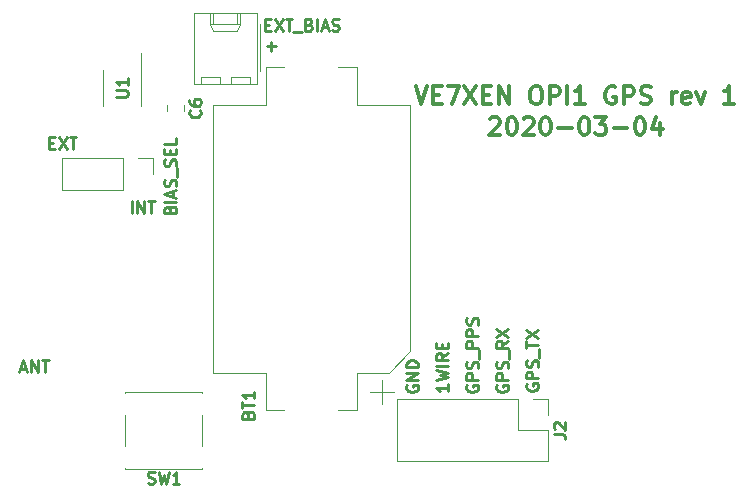
<source format=gbr>
G04 #@! TF.GenerationSoftware,KiCad,Pcbnew,5.1.5*
G04 #@! TF.CreationDate,2020-03-05T23:31:40-08:00*
G04 #@! TF.ProjectId,orangepi-neo-gps,6f72616e-6765-4706-992d-6e656f2d6770,rev?*
G04 #@! TF.SameCoordinates,Original*
G04 #@! TF.FileFunction,Legend,Top*
G04 #@! TF.FilePolarity,Positive*
%FSLAX46Y46*%
G04 Gerber Fmt 4.6, Leading zero omitted, Abs format (unit mm)*
G04 Created by KiCad (PCBNEW 5.1.5) date 2020-03-05 23:31:40*
%MOMM*%
%LPD*%
G04 APERTURE LIST*
%ADD10C,0.375000*%
%ADD11C,0.250000*%
%ADD12C,0.120000*%
G04 APERTURE END LIST*
D10*
X60328571Y-32866071D02*
X60828571Y-34366071D01*
X61328571Y-32866071D01*
X61828571Y-33580357D02*
X62328571Y-33580357D01*
X62542857Y-34366071D02*
X61828571Y-34366071D01*
X61828571Y-32866071D01*
X62542857Y-32866071D01*
X63042857Y-32866071D02*
X64042857Y-32866071D01*
X63400000Y-34366071D01*
X64471428Y-32866071D02*
X65471428Y-34366071D01*
X65471428Y-32866071D02*
X64471428Y-34366071D01*
X66042857Y-33580357D02*
X66542857Y-33580357D01*
X66757142Y-34366071D02*
X66042857Y-34366071D01*
X66042857Y-32866071D01*
X66757142Y-32866071D01*
X67400000Y-34366071D02*
X67400000Y-32866071D01*
X68257142Y-34366071D01*
X68257142Y-32866071D01*
X70400000Y-32866071D02*
X70685714Y-32866071D01*
X70828571Y-32937500D01*
X70971428Y-33080357D01*
X71042857Y-33366071D01*
X71042857Y-33866071D01*
X70971428Y-34151785D01*
X70828571Y-34294642D01*
X70685714Y-34366071D01*
X70400000Y-34366071D01*
X70257142Y-34294642D01*
X70114285Y-34151785D01*
X70042857Y-33866071D01*
X70042857Y-33366071D01*
X70114285Y-33080357D01*
X70257142Y-32937500D01*
X70400000Y-32866071D01*
X71685714Y-34366071D02*
X71685714Y-32866071D01*
X72257142Y-32866071D01*
X72400000Y-32937500D01*
X72471428Y-33008928D01*
X72542857Y-33151785D01*
X72542857Y-33366071D01*
X72471428Y-33508928D01*
X72400000Y-33580357D01*
X72257142Y-33651785D01*
X71685714Y-33651785D01*
X73185714Y-34366071D02*
X73185714Y-32866071D01*
X74685714Y-34366071D02*
X73828571Y-34366071D01*
X74257142Y-34366071D02*
X74257142Y-32866071D01*
X74114285Y-33080357D01*
X73971428Y-33223214D01*
X73828571Y-33294642D01*
X77257142Y-32937500D02*
X77114285Y-32866071D01*
X76900000Y-32866071D01*
X76685714Y-32937500D01*
X76542857Y-33080357D01*
X76471428Y-33223214D01*
X76400000Y-33508928D01*
X76400000Y-33723214D01*
X76471428Y-34008928D01*
X76542857Y-34151785D01*
X76685714Y-34294642D01*
X76900000Y-34366071D01*
X77042857Y-34366071D01*
X77257142Y-34294642D01*
X77328571Y-34223214D01*
X77328571Y-33723214D01*
X77042857Y-33723214D01*
X77971428Y-34366071D02*
X77971428Y-32866071D01*
X78542857Y-32866071D01*
X78685714Y-32937500D01*
X78757142Y-33008928D01*
X78828571Y-33151785D01*
X78828571Y-33366071D01*
X78757142Y-33508928D01*
X78685714Y-33580357D01*
X78542857Y-33651785D01*
X77971428Y-33651785D01*
X79400000Y-34294642D02*
X79614285Y-34366071D01*
X79971428Y-34366071D01*
X80114285Y-34294642D01*
X80185714Y-34223214D01*
X80257142Y-34080357D01*
X80257142Y-33937500D01*
X80185714Y-33794642D01*
X80114285Y-33723214D01*
X79971428Y-33651785D01*
X79685714Y-33580357D01*
X79542857Y-33508928D01*
X79471428Y-33437500D01*
X79400000Y-33294642D01*
X79400000Y-33151785D01*
X79471428Y-33008928D01*
X79542857Y-32937500D01*
X79685714Y-32866071D01*
X80042857Y-32866071D01*
X80257142Y-32937500D01*
X82042857Y-34366071D02*
X82042857Y-33366071D01*
X82042857Y-33651785D02*
X82114285Y-33508928D01*
X82185714Y-33437500D01*
X82328571Y-33366071D01*
X82471428Y-33366071D01*
X83542857Y-34294642D02*
X83400000Y-34366071D01*
X83114285Y-34366071D01*
X82971428Y-34294642D01*
X82900000Y-34151785D01*
X82900000Y-33580357D01*
X82971428Y-33437500D01*
X83114285Y-33366071D01*
X83400000Y-33366071D01*
X83542857Y-33437500D01*
X83614285Y-33580357D01*
X83614285Y-33723214D01*
X82900000Y-33866071D01*
X84114285Y-33366071D02*
X84471428Y-34366071D01*
X84828571Y-33366071D01*
X87328571Y-34366071D02*
X86471428Y-34366071D01*
X86900000Y-34366071D02*
X86900000Y-32866071D01*
X86757142Y-33080357D01*
X86614285Y-33223214D01*
X86471428Y-33294642D01*
X66614285Y-35633928D02*
X66685714Y-35562500D01*
X66828571Y-35491071D01*
X67185714Y-35491071D01*
X67328571Y-35562500D01*
X67400000Y-35633928D01*
X67471428Y-35776785D01*
X67471428Y-35919642D01*
X67400000Y-36133928D01*
X66542857Y-36991071D01*
X67471428Y-36991071D01*
X68400000Y-35491071D02*
X68542857Y-35491071D01*
X68685714Y-35562500D01*
X68757142Y-35633928D01*
X68828571Y-35776785D01*
X68900000Y-36062500D01*
X68900000Y-36419642D01*
X68828571Y-36705357D01*
X68757142Y-36848214D01*
X68685714Y-36919642D01*
X68542857Y-36991071D01*
X68400000Y-36991071D01*
X68257142Y-36919642D01*
X68185714Y-36848214D01*
X68114285Y-36705357D01*
X68042857Y-36419642D01*
X68042857Y-36062500D01*
X68114285Y-35776785D01*
X68185714Y-35633928D01*
X68257142Y-35562500D01*
X68400000Y-35491071D01*
X69471428Y-35633928D02*
X69542857Y-35562500D01*
X69685714Y-35491071D01*
X70042857Y-35491071D01*
X70185714Y-35562500D01*
X70257142Y-35633928D01*
X70328571Y-35776785D01*
X70328571Y-35919642D01*
X70257142Y-36133928D01*
X69400000Y-36991071D01*
X70328571Y-36991071D01*
X71257142Y-35491071D02*
X71400000Y-35491071D01*
X71542857Y-35562500D01*
X71614285Y-35633928D01*
X71685714Y-35776785D01*
X71757142Y-36062500D01*
X71757142Y-36419642D01*
X71685714Y-36705357D01*
X71614285Y-36848214D01*
X71542857Y-36919642D01*
X71400000Y-36991071D01*
X71257142Y-36991071D01*
X71114285Y-36919642D01*
X71042857Y-36848214D01*
X70971428Y-36705357D01*
X70900000Y-36419642D01*
X70900000Y-36062500D01*
X70971428Y-35776785D01*
X71042857Y-35633928D01*
X71114285Y-35562500D01*
X71257142Y-35491071D01*
X72400000Y-36419642D02*
X73542857Y-36419642D01*
X74542857Y-35491071D02*
X74685714Y-35491071D01*
X74828571Y-35562500D01*
X74900000Y-35633928D01*
X74971428Y-35776785D01*
X75042857Y-36062500D01*
X75042857Y-36419642D01*
X74971428Y-36705357D01*
X74900000Y-36848214D01*
X74828571Y-36919642D01*
X74685714Y-36991071D01*
X74542857Y-36991071D01*
X74400000Y-36919642D01*
X74328571Y-36848214D01*
X74257142Y-36705357D01*
X74185714Y-36419642D01*
X74185714Y-36062500D01*
X74257142Y-35776785D01*
X74328571Y-35633928D01*
X74400000Y-35562500D01*
X74542857Y-35491071D01*
X75542857Y-35491071D02*
X76471428Y-35491071D01*
X75971428Y-36062500D01*
X76185714Y-36062500D01*
X76328571Y-36133928D01*
X76400000Y-36205357D01*
X76471428Y-36348214D01*
X76471428Y-36705357D01*
X76400000Y-36848214D01*
X76328571Y-36919642D01*
X76185714Y-36991071D01*
X75757142Y-36991071D01*
X75614285Y-36919642D01*
X75542857Y-36848214D01*
X77114285Y-36419642D02*
X78257142Y-36419642D01*
X79257142Y-35491071D02*
X79400000Y-35491071D01*
X79542857Y-35562500D01*
X79614285Y-35633928D01*
X79685714Y-35776785D01*
X79757142Y-36062500D01*
X79757142Y-36419642D01*
X79685714Y-36705357D01*
X79614285Y-36848214D01*
X79542857Y-36919642D01*
X79400000Y-36991071D01*
X79257142Y-36991071D01*
X79114285Y-36919642D01*
X79042857Y-36848214D01*
X78971428Y-36705357D01*
X78900000Y-36419642D01*
X78900000Y-36062500D01*
X78971428Y-35776785D01*
X79042857Y-35633928D01*
X79114285Y-35562500D01*
X79257142Y-35491071D01*
X81042857Y-35991071D02*
X81042857Y-36991071D01*
X80685714Y-35419642D02*
X80328571Y-36491071D01*
X81257142Y-36491071D01*
D11*
X47719047Y-29471428D02*
X48480952Y-29471428D01*
X48100000Y-29852380D02*
X48100000Y-29090476D01*
X29328571Y-37628571D02*
X29661904Y-37628571D01*
X29804761Y-38152380D02*
X29328571Y-38152380D01*
X29328571Y-37152380D01*
X29804761Y-37152380D01*
X30138095Y-37152380D02*
X30804761Y-38152380D01*
X30804761Y-37152380D02*
X30138095Y-38152380D01*
X31042857Y-37152380D02*
X31614285Y-37152380D01*
X31328571Y-38152380D02*
X31328571Y-37152380D01*
X36295238Y-43552380D02*
X36295238Y-42552380D01*
X36771428Y-43552380D02*
X36771428Y-42552380D01*
X37342857Y-43552380D01*
X37342857Y-42552380D01*
X37676190Y-42552380D02*
X38247619Y-42552380D01*
X37961904Y-43552380D02*
X37961904Y-42552380D01*
X59590000Y-58161904D02*
X59542380Y-58257142D01*
X59542380Y-58400000D01*
X59590000Y-58542857D01*
X59685238Y-58638095D01*
X59780476Y-58685714D01*
X59970952Y-58733333D01*
X60113809Y-58733333D01*
X60304285Y-58685714D01*
X60399523Y-58638095D01*
X60494761Y-58542857D01*
X60542380Y-58400000D01*
X60542380Y-58304761D01*
X60494761Y-58161904D01*
X60447142Y-58114285D01*
X60113809Y-58114285D01*
X60113809Y-58304761D01*
X60542380Y-57685714D02*
X59542380Y-57685714D01*
X60542380Y-57114285D01*
X59542380Y-57114285D01*
X60542380Y-56638095D02*
X59542380Y-56638095D01*
X59542380Y-56400000D01*
X59590000Y-56257142D01*
X59685238Y-56161904D01*
X59780476Y-56114285D01*
X59970952Y-56066666D01*
X60113809Y-56066666D01*
X60304285Y-56114285D01*
X60399523Y-56161904D01*
X60494761Y-56257142D01*
X60542380Y-56400000D01*
X60542380Y-56638095D01*
X63082380Y-58076190D02*
X63082380Y-58647619D01*
X63082380Y-58361904D02*
X62082380Y-58361904D01*
X62225238Y-58457142D01*
X62320476Y-58552380D01*
X62368095Y-58647619D01*
X62082380Y-57742857D02*
X63082380Y-57504761D01*
X62368095Y-57314285D01*
X63082380Y-57123809D01*
X62082380Y-56885714D01*
X63082380Y-56504761D02*
X62082380Y-56504761D01*
X63082380Y-55457142D02*
X62606190Y-55790476D01*
X63082380Y-56028571D02*
X62082380Y-56028571D01*
X62082380Y-55647619D01*
X62130000Y-55552380D01*
X62177619Y-55504761D01*
X62272857Y-55457142D01*
X62415714Y-55457142D01*
X62510952Y-55504761D01*
X62558571Y-55552380D01*
X62606190Y-55647619D01*
X62606190Y-56028571D01*
X62558571Y-55028571D02*
X62558571Y-54695238D01*
X63082380Y-54552380D02*
X63082380Y-55028571D01*
X62082380Y-55028571D01*
X62082380Y-54552380D01*
X64670000Y-58171428D02*
X64622380Y-58266666D01*
X64622380Y-58409523D01*
X64670000Y-58552380D01*
X64765238Y-58647619D01*
X64860476Y-58695238D01*
X65050952Y-58742857D01*
X65193809Y-58742857D01*
X65384285Y-58695238D01*
X65479523Y-58647619D01*
X65574761Y-58552380D01*
X65622380Y-58409523D01*
X65622380Y-58314285D01*
X65574761Y-58171428D01*
X65527142Y-58123809D01*
X65193809Y-58123809D01*
X65193809Y-58314285D01*
X65622380Y-57695238D02*
X64622380Y-57695238D01*
X64622380Y-57314285D01*
X64670000Y-57219047D01*
X64717619Y-57171428D01*
X64812857Y-57123809D01*
X64955714Y-57123809D01*
X65050952Y-57171428D01*
X65098571Y-57219047D01*
X65146190Y-57314285D01*
X65146190Y-57695238D01*
X65574761Y-56742857D02*
X65622380Y-56600000D01*
X65622380Y-56361904D01*
X65574761Y-56266666D01*
X65527142Y-56219047D01*
X65431904Y-56171428D01*
X65336666Y-56171428D01*
X65241428Y-56219047D01*
X65193809Y-56266666D01*
X65146190Y-56361904D01*
X65098571Y-56552380D01*
X65050952Y-56647619D01*
X65003333Y-56695238D01*
X64908095Y-56742857D01*
X64812857Y-56742857D01*
X64717619Y-56695238D01*
X64670000Y-56647619D01*
X64622380Y-56552380D01*
X64622380Y-56314285D01*
X64670000Y-56171428D01*
X65717619Y-55980952D02*
X65717619Y-55219047D01*
X65622380Y-54980952D02*
X64622380Y-54980952D01*
X64622380Y-54600000D01*
X64670000Y-54504761D01*
X64717619Y-54457142D01*
X64812857Y-54409523D01*
X64955714Y-54409523D01*
X65050952Y-54457142D01*
X65098571Y-54504761D01*
X65146190Y-54600000D01*
X65146190Y-54980952D01*
X65622380Y-53980952D02*
X64622380Y-53980952D01*
X64622380Y-53600000D01*
X64670000Y-53504761D01*
X64717619Y-53457142D01*
X64812857Y-53409523D01*
X64955714Y-53409523D01*
X65050952Y-53457142D01*
X65098571Y-53504761D01*
X65146190Y-53600000D01*
X65146190Y-53980952D01*
X65574761Y-53028571D02*
X65622380Y-52885714D01*
X65622380Y-52647619D01*
X65574761Y-52552380D01*
X65527142Y-52504761D01*
X65431904Y-52457142D01*
X65336666Y-52457142D01*
X65241428Y-52504761D01*
X65193809Y-52552380D01*
X65146190Y-52647619D01*
X65098571Y-52838095D01*
X65050952Y-52933333D01*
X65003333Y-52980952D01*
X64908095Y-53028571D01*
X64812857Y-53028571D01*
X64717619Y-52980952D01*
X64670000Y-52933333D01*
X64622380Y-52838095D01*
X64622380Y-52600000D01*
X64670000Y-52457142D01*
X67210000Y-58171428D02*
X67162380Y-58266666D01*
X67162380Y-58409523D01*
X67210000Y-58552380D01*
X67305238Y-58647619D01*
X67400476Y-58695238D01*
X67590952Y-58742857D01*
X67733809Y-58742857D01*
X67924285Y-58695238D01*
X68019523Y-58647619D01*
X68114761Y-58552380D01*
X68162380Y-58409523D01*
X68162380Y-58314285D01*
X68114761Y-58171428D01*
X68067142Y-58123809D01*
X67733809Y-58123809D01*
X67733809Y-58314285D01*
X68162380Y-57695238D02*
X67162380Y-57695238D01*
X67162380Y-57314285D01*
X67210000Y-57219047D01*
X67257619Y-57171428D01*
X67352857Y-57123809D01*
X67495714Y-57123809D01*
X67590952Y-57171428D01*
X67638571Y-57219047D01*
X67686190Y-57314285D01*
X67686190Y-57695238D01*
X68114761Y-56742857D02*
X68162380Y-56600000D01*
X68162380Y-56361904D01*
X68114761Y-56266666D01*
X68067142Y-56219047D01*
X67971904Y-56171428D01*
X67876666Y-56171428D01*
X67781428Y-56219047D01*
X67733809Y-56266666D01*
X67686190Y-56361904D01*
X67638571Y-56552380D01*
X67590952Y-56647619D01*
X67543333Y-56695238D01*
X67448095Y-56742857D01*
X67352857Y-56742857D01*
X67257619Y-56695238D01*
X67210000Y-56647619D01*
X67162380Y-56552380D01*
X67162380Y-56314285D01*
X67210000Y-56171428D01*
X68257619Y-55980952D02*
X68257619Y-55219047D01*
X68162380Y-54409523D02*
X67686190Y-54742857D01*
X68162380Y-54980952D02*
X67162380Y-54980952D01*
X67162380Y-54600000D01*
X67210000Y-54504761D01*
X67257619Y-54457142D01*
X67352857Y-54409523D01*
X67495714Y-54409523D01*
X67590952Y-54457142D01*
X67638571Y-54504761D01*
X67686190Y-54600000D01*
X67686190Y-54980952D01*
X67162380Y-54076190D02*
X68162380Y-53409523D01*
X67162380Y-53409523D02*
X68162380Y-54076190D01*
X69750000Y-58052380D02*
X69702380Y-58147619D01*
X69702380Y-58290476D01*
X69750000Y-58433333D01*
X69845238Y-58528571D01*
X69940476Y-58576190D01*
X70130952Y-58623809D01*
X70273809Y-58623809D01*
X70464285Y-58576190D01*
X70559523Y-58528571D01*
X70654761Y-58433333D01*
X70702380Y-58290476D01*
X70702380Y-58195238D01*
X70654761Y-58052380D01*
X70607142Y-58004761D01*
X70273809Y-58004761D01*
X70273809Y-58195238D01*
X70702380Y-57576190D02*
X69702380Y-57576190D01*
X69702380Y-57195238D01*
X69750000Y-57100000D01*
X69797619Y-57052380D01*
X69892857Y-57004761D01*
X70035714Y-57004761D01*
X70130952Y-57052380D01*
X70178571Y-57100000D01*
X70226190Y-57195238D01*
X70226190Y-57576190D01*
X70654761Y-56623809D02*
X70702380Y-56480952D01*
X70702380Y-56242857D01*
X70654761Y-56147619D01*
X70607142Y-56100000D01*
X70511904Y-56052380D01*
X70416666Y-56052380D01*
X70321428Y-56100000D01*
X70273809Y-56147619D01*
X70226190Y-56242857D01*
X70178571Y-56433333D01*
X70130952Y-56528571D01*
X70083333Y-56576190D01*
X69988095Y-56623809D01*
X69892857Y-56623809D01*
X69797619Y-56576190D01*
X69750000Y-56528571D01*
X69702380Y-56433333D01*
X69702380Y-56195238D01*
X69750000Y-56052380D01*
X70797619Y-55861904D02*
X70797619Y-55100000D01*
X69702380Y-55004761D02*
X69702380Y-54433333D01*
X70702380Y-54719047D02*
X69702380Y-54719047D01*
X69702380Y-54195238D02*
X70702380Y-53528571D01*
X69702380Y-53528571D02*
X70702380Y-54195238D01*
D12*
X55350000Y-34400000D02*
X55350000Y-31200000D01*
X55350000Y-31200000D02*
X53800000Y-31200000D01*
X59850000Y-34400000D02*
X55350000Y-34400000D01*
X59850000Y-34400000D02*
X59850000Y-55300000D01*
X58050000Y-57100000D02*
X55350000Y-57100000D01*
X59850000Y-55300000D02*
X58050000Y-57100000D01*
X55350000Y-57100000D02*
X55350000Y-60300000D01*
X55350000Y-60300000D02*
X53800000Y-60300000D01*
X47650000Y-57100000D02*
X47650000Y-60300000D01*
X47650000Y-60300000D02*
X49200000Y-60300000D01*
X47650000Y-34400000D02*
X47650000Y-31200000D01*
X47650000Y-31200000D02*
X49200000Y-31200000D01*
X43150000Y-57100000D02*
X43150000Y-34400000D01*
X43150000Y-57100000D02*
X47650000Y-57100000D01*
X43150000Y-34400000D02*
X47650000Y-34400000D01*
X56500000Y-58750000D02*
X58500000Y-58750000D01*
X57500000Y-57750000D02*
X57500000Y-59750000D01*
X35770000Y-65230000D02*
X35770000Y-65200000D01*
X35770000Y-58770000D02*
X35770000Y-58800000D01*
X42230000Y-58770000D02*
X42230000Y-58800000D01*
X42230000Y-65200000D02*
X42230000Y-65230000D01*
X35770000Y-63300000D02*
X35770000Y-60700000D01*
X42230000Y-65230000D02*
X35770000Y-65230000D01*
X42230000Y-63300000D02*
X42230000Y-60700000D01*
X42230000Y-58770000D02*
X35770000Y-58770000D01*
X33890000Y-33000000D02*
X33890000Y-34500000D01*
X33890000Y-33000000D02*
X33890000Y-31500000D01*
X37110000Y-33000000D02*
X37110000Y-34500000D01*
X37110000Y-33000000D02*
X37110000Y-30075000D01*
X39290000Y-34961252D02*
X39290000Y-34438748D01*
X40710000Y-34961252D02*
X40710000Y-34438748D01*
X30390000Y-38970000D02*
X30390000Y-41630000D01*
X35530000Y-38970000D02*
X30390000Y-38970000D01*
X35530000Y-41630000D02*
X30390000Y-41630000D01*
X35530000Y-38970000D02*
X35530000Y-41630000D01*
X36800000Y-38970000D02*
X38130000Y-38970000D01*
X38130000Y-38970000D02*
X38130000Y-40300000D01*
X46880000Y-32630000D02*
X46880000Y-26610000D01*
X46880000Y-26610000D02*
X41580000Y-26610000D01*
X41580000Y-26610000D02*
X41580000Y-32630000D01*
X41580000Y-32630000D02*
X46880000Y-32630000D01*
X47170000Y-31600000D02*
X47170000Y-27600000D01*
X45500000Y-26610000D02*
X45500000Y-27610000D01*
X45500000Y-27610000D02*
X42960000Y-27610000D01*
X42960000Y-27610000D02*
X42960000Y-26610000D01*
X45500000Y-27610000D02*
X45250000Y-28140000D01*
X45250000Y-28140000D02*
X43210000Y-28140000D01*
X43210000Y-28140000D02*
X42960000Y-27610000D01*
X45250000Y-26610000D02*
X45250000Y-27610000D01*
X43210000Y-26610000D02*
X43210000Y-27610000D01*
X46300000Y-32630000D02*
X46300000Y-32030000D01*
X46300000Y-32030000D02*
X44700000Y-32030000D01*
X44700000Y-32030000D02*
X44700000Y-32630000D01*
X43760000Y-32630000D02*
X43760000Y-32030000D01*
X43760000Y-32030000D02*
X42160000Y-32030000D01*
X42160000Y-32030000D02*
X42160000Y-32630000D01*
X58750000Y-59370000D02*
X58750000Y-64570000D01*
X68970000Y-59370000D02*
X58750000Y-59370000D01*
X71570000Y-64570000D02*
X58750000Y-64570000D01*
X68970000Y-59370000D02*
X68970000Y-61970000D01*
X68970000Y-61970000D02*
X71570000Y-61970000D01*
X71570000Y-61970000D02*
X71570000Y-64570000D01*
X70240000Y-59370000D02*
X71570000Y-59370000D01*
X71570000Y-59370000D02*
X71570000Y-60700000D01*
D11*
X46128571Y-60660714D02*
X46176190Y-60517857D01*
X46223809Y-60470238D01*
X46319047Y-60422619D01*
X46461904Y-60422619D01*
X46557142Y-60470238D01*
X46604761Y-60517857D01*
X46652380Y-60613095D01*
X46652380Y-60994047D01*
X45652380Y-60994047D01*
X45652380Y-60660714D01*
X45700000Y-60565476D01*
X45747619Y-60517857D01*
X45842857Y-60470238D01*
X45938095Y-60470238D01*
X46033333Y-60517857D01*
X46080952Y-60565476D01*
X46128571Y-60660714D01*
X46128571Y-60994047D01*
X45652380Y-60136904D02*
X45652380Y-59565476D01*
X46652380Y-59851190D02*
X45652380Y-59851190D01*
X46652380Y-58708333D02*
X46652380Y-59279761D01*
X46652380Y-58994047D02*
X45652380Y-58994047D01*
X45795238Y-59089285D01*
X45890476Y-59184523D01*
X45938095Y-59279761D01*
X26887142Y-56776666D02*
X27363333Y-56776666D01*
X26791904Y-57062380D02*
X27125238Y-56062380D01*
X27458571Y-57062380D01*
X27791904Y-57062380D02*
X27791904Y-56062380D01*
X28363333Y-57062380D01*
X28363333Y-56062380D01*
X28696666Y-56062380D02*
X29268095Y-56062380D01*
X28982380Y-57062380D02*
X28982380Y-56062380D01*
X37666666Y-66454761D02*
X37809523Y-66502380D01*
X38047619Y-66502380D01*
X38142857Y-66454761D01*
X38190476Y-66407142D01*
X38238095Y-66311904D01*
X38238095Y-66216666D01*
X38190476Y-66121428D01*
X38142857Y-66073809D01*
X38047619Y-66026190D01*
X37857142Y-65978571D01*
X37761904Y-65930952D01*
X37714285Y-65883333D01*
X37666666Y-65788095D01*
X37666666Y-65692857D01*
X37714285Y-65597619D01*
X37761904Y-65550000D01*
X37857142Y-65502380D01*
X38095238Y-65502380D01*
X38238095Y-65550000D01*
X38571428Y-65502380D02*
X38809523Y-66502380D01*
X39000000Y-65788095D01*
X39190476Y-66502380D01*
X39428571Y-65502380D01*
X40333333Y-66502380D02*
X39761904Y-66502380D01*
X40047619Y-66502380D02*
X40047619Y-65502380D01*
X39952380Y-65645238D01*
X39857142Y-65740476D01*
X39761904Y-65788095D01*
X34952380Y-33761904D02*
X35761904Y-33761904D01*
X35857142Y-33714285D01*
X35904761Y-33666666D01*
X35952380Y-33571428D01*
X35952380Y-33380952D01*
X35904761Y-33285714D01*
X35857142Y-33238095D01*
X35761904Y-33190476D01*
X34952380Y-33190476D01*
X35952380Y-32190476D02*
X35952380Y-32761904D01*
X35952380Y-32476190D02*
X34952380Y-32476190D01*
X35095238Y-32571428D01*
X35190476Y-32666666D01*
X35238095Y-32761904D01*
X42057142Y-34866666D02*
X42104761Y-34914285D01*
X42152380Y-35057142D01*
X42152380Y-35152380D01*
X42104761Y-35295238D01*
X42009523Y-35390476D01*
X41914285Y-35438095D01*
X41723809Y-35485714D01*
X41580952Y-35485714D01*
X41390476Y-35438095D01*
X41295238Y-35390476D01*
X41200000Y-35295238D01*
X41152380Y-35152380D01*
X41152380Y-35057142D01*
X41200000Y-34914285D01*
X41247619Y-34866666D01*
X41152380Y-34009523D02*
X41152380Y-34200000D01*
X41200000Y-34295238D01*
X41247619Y-34342857D01*
X41390476Y-34438095D01*
X41580952Y-34485714D01*
X41961904Y-34485714D01*
X42057142Y-34438095D01*
X42104761Y-34390476D01*
X42152380Y-34295238D01*
X42152380Y-34104761D01*
X42104761Y-34009523D01*
X42057142Y-33961904D01*
X41961904Y-33914285D01*
X41723809Y-33914285D01*
X41628571Y-33961904D01*
X41580952Y-34009523D01*
X41533333Y-34104761D01*
X41533333Y-34295238D01*
X41580952Y-34390476D01*
X41628571Y-34438095D01*
X41723809Y-34485714D01*
X39528571Y-43285714D02*
X39576190Y-43142857D01*
X39623809Y-43095238D01*
X39719047Y-43047619D01*
X39861904Y-43047619D01*
X39957142Y-43095238D01*
X40004761Y-43142857D01*
X40052380Y-43238095D01*
X40052380Y-43619047D01*
X39052380Y-43619047D01*
X39052380Y-43285714D01*
X39100000Y-43190476D01*
X39147619Y-43142857D01*
X39242857Y-43095238D01*
X39338095Y-43095238D01*
X39433333Y-43142857D01*
X39480952Y-43190476D01*
X39528571Y-43285714D01*
X39528571Y-43619047D01*
X40052380Y-42619047D02*
X39052380Y-42619047D01*
X39766666Y-42190476D02*
X39766666Y-41714285D01*
X40052380Y-42285714D02*
X39052380Y-41952380D01*
X40052380Y-41619047D01*
X40004761Y-41333333D02*
X40052380Y-41190476D01*
X40052380Y-40952380D01*
X40004761Y-40857142D01*
X39957142Y-40809523D01*
X39861904Y-40761904D01*
X39766666Y-40761904D01*
X39671428Y-40809523D01*
X39623809Y-40857142D01*
X39576190Y-40952380D01*
X39528571Y-41142857D01*
X39480952Y-41238095D01*
X39433333Y-41285714D01*
X39338095Y-41333333D01*
X39242857Y-41333333D01*
X39147619Y-41285714D01*
X39100000Y-41238095D01*
X39052380Y-41142857D01*
X39052380Y-40904761D01*
X39100000Y-40761904D01*
X40147619Y-40571428D02*
X40147619Y-39809523D01*
X40004761Y-39619047D02*
X40052380Y-39476190D01*
X40052380Y-39238095D01*
X40004761Y-39142857D01*
X39957142Y-39095238D01*
X39861904Y-39047619D01*
X39766666Y-39047619D01*
X39671428Y-39095238D01*
X39623809Y-39142857D01*
X39576190Y-39238095D01*
X39528571Y-39428571D01*
X39480952Y-39523809D01*
X39433333Y-39571428D01*
X39338095Y-39619047D01*
X39242857Y-39619047D01*
X39147619Y-39571428D01*
X39100000Y-39523809D01*
X39052380Y-39428571D01*
X39052380Y-39190476D01*
X39100000Y-39047619D01*
X39528571Y-38619047D02*
X39528571Y-38285714D01*
X40052380Y-38142857D02*
X40052380Y-38619047D01*
X39052380Y-38619047D01*
X39052380Y-38142857D01*
X40052380Y-37238095D02*
X40052380Y-37714285D01*
X39052380Y-37714285D01*
X47604761Y-27628571D02*
X47938095Y-27628571D01*
X48080952Y-28152380D02*
X47604761Y-28152380D01*
X47604761Y-27152380D01*
X48080952Y-27152380D01*
X48414285Y-27152380D02*
X49080952Y-28152380D01*
X49080952Y-27152380D02*
X48414285Y-28152380D01*
X49319047Y-27152380D02*
X49890476Y-27152380D01*
X49604761Y-28152380D02*
X49604761Y-27152380D01*
X49985714Y-28247619D02*
X50747619Y-28247619D01*
X51319047Y-27628571D02*
X51461904Y-27676190D01*
X51509523Y-27723809D01*
X51557142Y-27819047D01*
X51557142Y-27961904D01*
X51509523Y-28057142D01*
X51461904Y-28104761D01*
X51366666Y-28152380D01*
X50985714Y-28152380D01*
X50985714Y-27152380D01*
X51319047Y-27152380D01*
X51414285Y-27200000D01*
X51461904Y-27247619D01*
X51509523Y-27342857D01*
X51509523Y-27438095D01*
X51461904Y-27533333D01*
X51414285Y-27580952D01*
X51319047Y-27628571D01*
X50985714Y-27628571D01*
X51985714Y-28152380D02*
X51985714Y-27152380D01*
X52414285Y-27866666D02*
X52890476Y-27866666D01*
X52319047Y-28152380D02*
X52652380Y-27152380D01*
X52985714Y-28152380D01*
X53271428Y-28104761D02*
X53414285Y-28152380D01*
X53652380Y-28152380D01*
X53747619Y-28104761D01*
X53795238Y-28057142D01*
X53842857Y-27961904D01*
X53842857Y-27866666D01*
X53795238Y-27771428D01*
X53747619Y-27723809D01*
X53652380Y-27676190D01*
X53461904Y-27628571D01*
X53366666Y-27580952D01*
X53319047Y-27533333D01*
X53271428Y-27438095D01*
X53271428Y-27342857D01*
X53319047Y-27247619D01*
X53366666Y-27200000D01*
X53461904Y-27152380D01*
X53700000Y-27152380D01*
X53842857Y-27200000D01*
X72022380Y-62303333D02*
X72736666Y-62303333D01*
X72879523Y-62350952D01*
X72974761Y-62446190D01*
X73022380Y-62589047D01*
X73022380Y-62684285D01*
X72117619Y-61874761D02*
X72070000Y-61827142D01*
X72022380Y-61731904D01*
X72022380Y-61493809D01*
X72070000Y-61398571D01*
X72117619Y-61350952D01*
X72212857Y-61303333D01*
X72308095Y-61303333D01*
X72450952Y-61350952D01*
X73022380Y-61922380D01*
X73022380Y-61303333D01*
M02*

</source>
